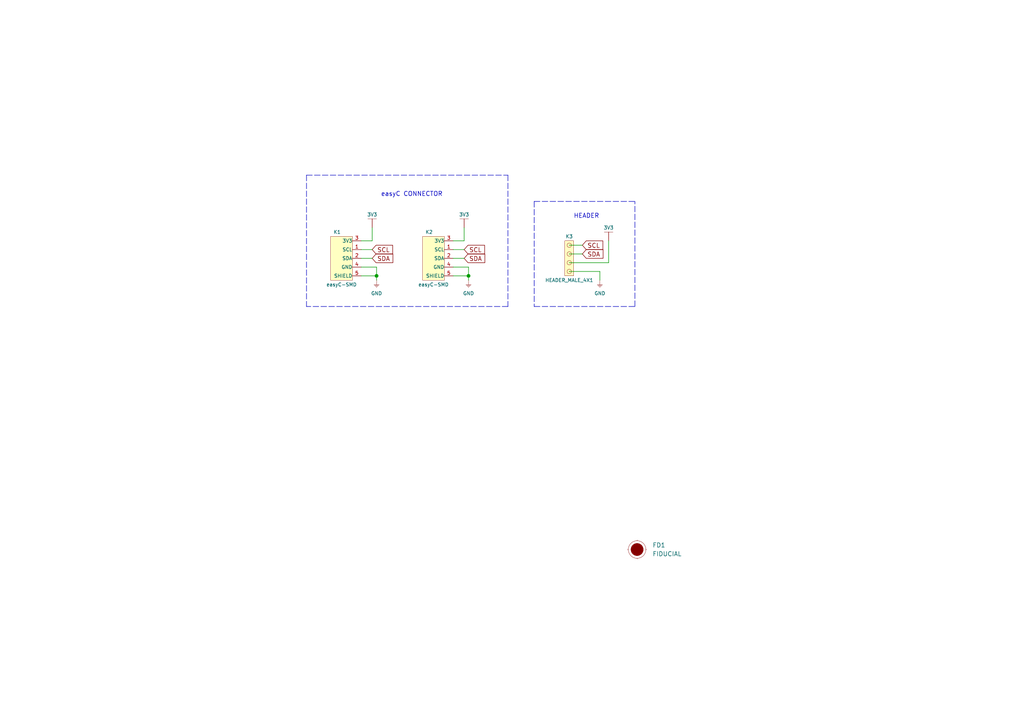
<source format=kicad_sch>
(kicad_sch (version 20211123) (generator eeschema)

  (uuid 2f563e81-2bf9-4358-b95e-32defb57c28f)

  (paper "A4")

  (title_block
    (title "easyC adapter")
    (date "2021-07-12")
    (rev "V1.1.1.")
    (company "SOLDERED")
    (comment 1 "333015")
  )

  (lib_symbols
    (symbol "e-radionica.com schematics:3V3" (power) (pin_names (offset 0)) (in_bom yes) (on_board yes)
      (property "Reference" "#PWR" (id 0) (at 4.445 0 0)
        (effects (font (size 1 1)) hide)
      )
      (property "Value" "3V3" (id 1) (at 0 3.556 0)
        (effects (font (size 1 1)))
      )
      (property "Footprint" "" (id 2) (at 4.445 3.81 0)
        (effects (font (size 1 1)) hide)
      )
      (property "Datasheet" "" (id 3) (at 4.445 3.81 0)
        (effects (font (size 1 1)) hide)
      )
      (property "ki_keywords" "power-flag" (id 4) (at 0 0 0)
        (effects (font (size 1.27 1.27)) hide)
      )
      (property "ki_description" "Power symbol creates a global label with name \"+3V3\"" (id 5) (at 0 0 0)
        (effects (font (size 1.27 1.27)) hide)
      )
      (symbol "3V3_0_1"
        (polyline
          (pts
            (xy -1.27 2.54)
            (xy 1.27 2.54)
          )
          (stroke (width 0.0006) (type default) (color 0 0 0 0))
          (fill (type none))
        )
        (polyline
          (pts
            (xy 0 0)
            (xy 0 2.54)
          )
          (stroke (width 0) (type default) (color 0 0 0 0))
          (fill (type none))
        )
      )
      (symbol "3V3_1_1"
        (pin power_in line (at 0 0 90) (length 0) hide
          (name "3V3" (effects (font (size 1.27 1.27))))
          (number "1" (effects (font (size 1.27 1.27))))
        )
      )
    )
    (symbol "e-radionica.com schematics:FIDUCIAL" (in_bom no) (on_board yes)
      (property "Reference" "FD" (id 0) (at 0 3.81 0)
        (effects (font (size 1.27 1.27)))
      )
      (property "Value" "FIDUCIAL" (id 1) (at 0 -3.81 0)
        (effects (font (size 1.27 1.27)))
      )
      (property "Footprint" "e-radionica.com footprinti:FIDUCIAL_23" (id 2) (at 0.254 -5.334 0)
        (effects (font (size 1.27 1.27)) hide)
      )
      (property "Datasheet" "" (id 3) (at 0 0 0)
        (effects (font (size 1.27 1.27)) hide)
      )
      (symbol "FIDUCIAL_0_1"
        (polyline
          (pts
            (xy -2.54 0)
            (xy -2.794 0)
          )
          (stroke (width 0.0006) (type default) (color 0 0 0 0))
          (fill (type none))
        )
        (polyline
          (pts
            (xy 0 -2.54)
            (xy 0 -2.794)
          )
          (stroke (width 0.0006) (type default) (color 0 0 0 0))
          (fill (type none))
        )
        (polyline
          (pts
            (xy 0 2.54)
            (xy 0 2.794)
          )
          (stroke (width 0.0006) (type default) (color 0 0 0 0))
          (fill (type none))
        )
        (polyline
          (pts
            (xy 2.54 0)
            (xy 2.794 0)
          )
          (stroke (width 0.0006) (type default) (color 0 0 0 0))
          (fill (type none))
        )
        (circle (center 0 0) (radius 1.7961)
          (stroke (width 0.001) (type default) (color 0 0 0 0))
          (fill (type outline))
        )
        (circle (center 0 0) (radius 2.54)
          (stroke (width 0.0006) (type default) (color 0 0 0 0))
          (fill (type none))
        )
      )
    )
    (symbol "e-radionica.com schematics:GND" (power) (pin_names (offset 0)) (in_bom yes) (on_board yes)
      (property "Reference" "#PWR" (id 0) (at 4.445 0 0)
        (effects (font (size 1 1)) hide)
      )
      (property "Value" "GND" (id 1) (at 0 -2.921 0)
        (effects (font (size 1 1)))
      )
      (property "Footprint" "" (id 2) (at 4.445 3.81 0)
        (effects (font (size 1 1)) hide)
      )
      (property "Datasheet" "" (id 3) (at 4.445 3.81 0)
        (effects (font (size 1 1)) hide)
      )
      (property "ki_keywords" "power-flag" (id 4) (at 0 0 0)
        (effects (font (size 1.27 1.27)) hide)
      )
      (property "ki_description" "Power symbol creates a global label with name \"+3V3\"" (id 5) (at 0 0 0)
        (effects (font (size 1.27 1.27)) hide)
      )
      (symbol "GND_0_1"
        (polyline
          (pts
            (xy -0.762 -1.27)
            (xy 0.762 -1.27)
          )
          (stroke (width 0.0006) (type default) (color 0 0 0 0))
          (fill (type none))
        )
        (polyline
          (pts
            (xy -0.635 -1.524)
            (xy 0.635 -1.524)
          )
          (stroke (width 0.0006) (type default) (color 0 0 0 0))
          (fill (type none))
        )
        (polyline
          (pts
            (xy -0.381 -1.778)
            (xy 0.381 -1.778)
          )
          (stroke (width 0.0006) (type default) (color 0 0 0 0))
          (fill (type none))
        )
        (polyline
          (pts
            (xy -0.127 -2.032)
            (xy 0.127 -2.032)
          )
          (stroke (width 0.0006) (type default) (color 0 0 0 0))
          (fill (type none))
        )
        (polyline
          (pts
            (xy 0 0)
            (xy 0 -1.27)
          )
          (stroke (width 0.0006) (type default) (color 0 0 0 0))
          (fill (type none))
        )
      )
      (symbol "GND_1_1"
        (pin power_in line (at 0 0 270) (length 0) hide
          (name "GND" (effects (font (size 1.27 1.27))))
          (number "1" (effects (font (size 1.27 1.27))))
        )
      )
    )
    (symbol "e-radionica.com schematics:HEADER_MALE_4X1" (pin_numbers hide) (pin_names hide) (in_bom yes) (on_board yes)
      (property "Reference" "K" (id 0) (at -0.635 7.62 0)
        (effects (font (size 1 1)))
      )
      (property "Value" "HEADER_MALE_4X1" (id 1) (at 0 -5.08 0)
        (effects (font (size 1 1)))
      )
      (property "Footprint" "e-radionica.com footprinti:HEADER_MALE_4X1" (id 2) (at 0 -2.54 0)
        (effects (font (size 1 1)) hide)
      )
      (property "Datasheet" "" (id 3) (at 0 -2.54 0)
        (effects (font (size 1 1)) hide)
      )
      (symbol "HEADER_MALE_4X1_0_1"
        (circle (center 0 -2.54) (radius 0.635)
          (stroke (width 0.0006) (type default) (color 0 0 0 0))
          (fill (type none))
        )
        (circle (center 0 0) (radius 0.635)
          (stroke (width 0.0006) (type default) (color 0 0 0 0))
          (fill (type none))
        )
        (circle (center 0 2.54) (radius 0.635)
          (stroke (width 0.0006) (type default) (color 0 0 0 0))
          (fill (type none))
        )
        (circle (center 0 5.08) (radius 0.635)
          (stroke (width 0.0006) (type default) (color 0 0 0 0))
          (fill (type none))
        )
        (rectangle (start 1.27 -3.81) (end -1.27 6.35)
          (stroke (width 0.001) (type default) (color 0 0 0 0))
          (fill (type background))
        )
      )
      (symbol "HEADER_MALE_4X1_1_1"
        (pin passive line (at 0 -2.54 180) (length 0)
          (name "~" (effects (font (size 1 1))))
          (number "1" (effects (font (size 1 1))))
        )
        (pin passive line (at 0 0 180) (length 0)
          (name "~" (effects (font (size 1 1))))
          (number "2" (effects (font (size 1 1))))
        )
        (pin passive line (at 0 2.54 180) (length 0)
          (name "~" (effects (font (size 1 1))))
          (number "3" (effects (font (size 1 1))))
        )
        (pin passive line (at 0 5.08 180) (length 0)
          (name "~" (effects (font (size 1 1))))
          (number "4" (effects (font (size 1 1))))
        )
      )
    )
    (symbol "e-radionica.com schematics:easyC-SMD" (pin_names (offset 0.002)) (in_bom yes) (on_board yes)
      (property "Reference" "K" (id 0) (at -2.54 10.16 0)
        (effects (font (size 1 1)))
      )
      (property "Value" "easyC-SMD" (id 1) (at 0 -5.08 0)
        (effects (font (size 1 1)))
      )
      (property "Footprint" "e-radionica.com footprinti:easyC-connector" (id 2) (at 3.175 2.54 0)
        (effects (font (size 1 1)) hide)
      )
      (property "Datasheet" "" (id 3) (at 3.175 2.54 0)
        (effects (font (size 1 1)) hide)
      )
      (symbol "easyC-SMD_0_1"
        (rectangle (start -3.175 8.89) (end 3.175 -3.81)
          (stroke (width 0.001) (type default) (color 0 0 0 0))
          (fill (type background))
        )
      )
      (symbol "easyC-SMD_1_1"
        (pin passive line (at 5.715 5.08 180) (length 2.54)
          (name "SCL" (effects (font (size 1 1))))
          (number "1" (effects (font (size 1 1))))
        )
        (pin passive line (at 5.715 2.54 180) (length 2.54)
          (name "SDA" (effects (font (size 1 1))))
          (number "2" (effects (font (size 1 1))))
        )
        (pin passive line (at 5.715 7.62 180) (length 2.54)
          (name "3V3" (effects (font (size 1 1))))
          (number "3" (effects (font (size 1 1))))
        )
        (pin passive line (at 5.715 0 180) (length 2.54)
          (name "GND" (effects (font (size 1 1))))
          (number "4" (effects (font (size 1 1))))
        )
        (pin passive line (at 5.715 -2.54 180) (length 2.54)
          (name "SHIELD" (effects (font (size 1 1))))
          (number "5" (effects (font (size 1 1))))
        )
      )
    )
  )

  (junction (at 109.22 80.01) (diameter 0.9144) (color 0 0 0 0)
    (uuid 6a45789b-3855-401f-8139-3c734f7f52f9)
  )
  (junction (at 135.89 80.01) (diameter 0.9144) (color 0 0 0 0)
    (uuid b1086f75-01ba-4188-8d36-75a9e2828ca9)
  )

  (wire (pts (xy 131.445 77.47) (xy 135.89 77.47))
    (stroke (width 0) (type solid) (color 0 0 0 0))
    (uuid 2aa0c900-bd5e-4b8e-bd2b-05d28c2e8dd4)
  )
  (wire (pts (xy 134.62 69.85) (xy 134.62 66.04))
    (stroke (width 0) (type solid) (color 0 0 0 0))
    (uuid 367b33df-4205-458f-ab05-de54c5d97755)
  )
  (wire (pts (xy 104.775 74.93) (xy 107.95 74.93))
    (stroke (width 0) (type solid) (color 0 0 0 0))
    (uuid 370c624f-068f-42bd-b9d3-e3818128966c)
  )
  (polyline (pts (xy 154.94 58.42) (xy 154.94 88.9))
    (stroke (width 0) (type dash) (color 0 0 0 0))
    (uuid 4946d2f5-1ff8-4efe-aa52-5b87824408df)
  )
  (polyline (pts (xy 154.94 58.42) (xy 184.15 58.42))
    (stroke (width 0) (type dash) (color 0 0 0 0))
    (uuid 4946d2f5-1ff8-4efe-aa52-5b87824408e0)
  )
  (polyline (pts (xy 154.94 88.9) (xy 184.15 88.9))
    (stroke (width 0) (type dash) (color 0 0 0 0))
    (uuid 4946d2f5-1ff8-4efe-aa52-5b87824408e1)
  )
  (polyline (pts (xy 184.15 88.9) (xy 184.15 58.42))
    (stroke (width 0) (type dash) (color 0 0 0 0))
    (uuid 4946d2f5-1ff8-4efe-aa52-5b87824408e2)
  )

  (wire (pts (xy 131.445 74.93) (xy 134.62 74.93))
    (stroke (width 0) (type solid) (color 0 0 0 0))
    (uuid 49cbb1fe-2425-49c2-869c-360e94b0fe60)
  )
  (wire (pts (xy 104.775 69.85) (xy 107.95 69.85))
    (stroke (width 0) (type solid) (color 0 0 0 0))
    (uuid 4baa55a1-da54-40f5-97d3-8dc812680fc7)
  )
  (wire (pts (xy 107.95 69.85) (xy 107.95 66.04))
    (stroke (width 0) (type solid) (color 0 0 0 0))
    (uuid 4baa55a1-da54-40f5-97d3-8dc812680fc8)
  )
  (wire (pts (xy 165.1 71.12) (xy 168.91 71.12))
    (stroke (width 0) (type solid) (color 0 0 0 0))
    (uuid 51b71d69-e554-4d74-baba-27fc5293db6d)
  )
  (wire (pts (xy 104.775 80.01) (xy 109.22 80.01))
    (stroke (width 0) (type solid) (color 0 0 0 0))
    (uuid 5a5fe354-a6af-4eaf-bdfc-7b1f5a84bbff)
  )
  (wire (pts (xy 104.775 77.47) (xy 109.22 77.47))
    (stroke (width 0) (type solid) (color 0 0 0 0))
    (uuid 6de770fb-770a-41d6-80b0-ae62d784caf7)
  )
  (wire (pts (xy 109.22 77.47) (xy 109.22 80.01))
    (stroke (width 0) (type solid) (color 0 0 0 0))
    (uuid 6de770fb-770a-41d6-80b0-ae62d784caf8)
  )
  (wire (pts (xy 109.22 80.01) (xy 109.22 81.28))
    (stroke (width 0) (type solid) (color 0 0 0 0))
    (uuid 6de770fb-770a-41d6-80b0-ae62d784caf9)
  )
  (wire (pts (xy 135.89 77.47) (xy 135.89 80.01))
    (stroke (width 0) (type solid) (color 0 0 0 0))
    (uuid 7c8c5d38-712c-46eb-9014-baea21dbc41a)
  )
  (wire (pts (xy 131.445 69.85) (xy 134.62 69.85))
    (stroke (width 0) (type solid) (color 0 0 0 0))
    (uuid 867f2773-2cfd-4274-a21e-35101551b8b2)
  )
  (wire (pts (xy 104.775 72.39) (xy 107.95 72.39))
    (stroke (width 0) (type solid) (color 0 0 0 0))
    (uuid 96f38fe9-777a-4eb4-920d-2952f84f28f2)
  )
  (wire (pts (xy 131.445 72.39) (xy 134.62 72.39))
    (stroke (width 0) (type solid) (color 0 0 0 0))
    (uuid b438339c-7986-4760-bcc5-93847e0d538b)
  )
  (wire (pts (xy 165.1 76.2) (xy 176.53 76.2))
    (stroke (width 0) (type solid) (color 0 0 0 0))
    (uuid c62e1659-e28a-489b-9de3-ce5a7d160e9f)
  )
  (wire (pts (xy 176.53 76.2) (xy 176.53 69.85))
    (stroke (width 0) (type solid) (color 0 0 0 0))
    (uuid c62e1659-e28a-489b-9de3-ce5a7d160ea0)
  )
  (wire (pts (xy 131.445 80.01) (xy 135.89 80.01))
    (stroke (width 0) (type solid) (color 0 0 0 0))
    (uuid c8974da3-4136-4e0e-a7d4-46b194a752af)
  )
  (polyline (pts (xy 88.9 50.8) (xy 88.9 88.9))
    (stroke (width 0) (type dash) (color 0 0 0 0))
    (uuid d92b961b-2210-41fc-85bb-ab3096b86f7e)
  )
  (polyline (pts (xy 88.9 50.8) (xy 147.32 50.8))
    (stroke (width 0) (type dash) (color 0 0 0 0))
    (uuid d92b961b-2210-41fc-85bb-ab3096b86f7f)
  )
  (polyline (pts (xy 147.32 50.8) (xy 147.32 88.9))
    (stroke (width 0) (type dash) (color 0 0 0 0))
    (uuid d92b961b-2210-41fc-85bb-ab3096b86f80)
  )
  (polyline (pts (xy 147.32 88.9) (xy 88.9 88.9))
    (stroke (width 0) (type dash) (color 0 0 0 0))
    (uuid d92b961b-2210-41fc-85bb-ab3096b86f81)
  )

  (wire (pts (xy 135.89 80.01) (xy 135.89 81.28))
    (stroke (width 0) (type solid) (color 0 0 0 0))
    (uuid d9c3d546-a8fb-45c0-8691-61e9091ff113)
  )
  (wire (pts (xy 165.1 78.74) (xy 173.99 78.74))
    (stroke (width 0) (type solid) (color 0 0 0 0))
    (uuid db707703-11ac-4e40-bc4e-5fffcee7d06f)
  )
  (wire (pts (xy 173.99 78.74) (xy 173.99 81.28))
    (stroke (width 0) (type solid) (color 0 0 0 0))
    (uuid db707703-11ac-4e40-bc4e-5fffcee7d070)
  )
  (wire (pts (xy 165.1 73.66) (xy 168.91 73.66))
    (stroke (width 0) (type solid) (color 0 0 0 0))
    (uuid f5c24581-472c-41bd-b3c0-23bde12a515f)
  )

  (text "easyC CONNECTOR" (at 110.49 57.15 0)
    (effects (font (size 1.27 1.27)) (justify left bottom))
    (uuid b195d6cc-6315-4ab0-aa9f-3a5a275621bc)
  )
  (text "HEADER\n" (at 166.37 63.5 0)
    (effects (font (size 1.27 1.27)) (justify left bottom))
    (uuid c7620f7e-52b2-4252-ba50-15a1dc82f2ed)
  )

  (global_label "SCL" (shape input) (at 134.62 72.39 0)
    (effects (font (size 1.27 1.27)) (justify left))
    (uuid 26b6c6f1-e0fc-44b3-8b74-c218f6052120)
    (property "Intersheet References" "${INTERSHEET_REFS}" (id 0) (at 142.0647 72.3106 0)
      (effects (font (size 1.27 1.27)) (justify left) hide)
    )
  )
  (global_label "SDA" (shape input) (at 134.62 74.93 0)
    (effects (font (size 1.27 1.27)) (justify left))
    (uuid c9d1c685-6a1f-4afd-9bee-b617c4556eed)
    (property "Intersheet References" "${INTERSHEET_REFS}" (id 0) (at 142.1252 74.8506 0)
      (effects (font (size 1.27 1.27)) (justify left) hide)
    )
  )
  (global_label "SDA" (shape input) (at 107.95 74.93 0)
    (effects (font (size 1.27 1.27)) (justify left))
    (uuid d3426a15-0eca-43ae-80f7-9b59163e0d88)
    (property "Intersheet References" "${INTERSHEET_REFS}" (id 0) (at 115.4552 74.8506 0)
      (effects (font (size 1.27 1.27)) (justify left) hide)
    )
  )
  (global_label "SCL" (shape input) (at 168.91 71.12 0)
    (effects (font (size 1.27 1.27)) (justify left))
    (uuid d88d46ee-522a-4050-b0f8-8279a0a32a1d)
    (property "Intersheet References" "${INTERSHEET_REFS}" (id 0) (at 176.3547 71.0406 0)
      (effects (font (size 1.27 1.27)) (justify left) hide)
    )
  )
  (global_label "SDA" (shape input) (at 168.91 73.66 0)
    (effects (font (size 1.27 1.27)) (justify left))
    (uuid dda745c9-761b-46f8-ab76-9f08588f7fe4)
    (property "Intersheet References" "${INTERSHEET_REFS}" (id 0) (at 176.4152 73.5806 0)
      (effects (font (size 1.27 1.27)) (justify left) hide)
    )
  )
  (global_label "SCL" (shape input) (at 107.95 72.39 0)
    (effects (font (size 1.27 1.27)) (justify left))
    (uuid f2609f1e-15a3-4601-9d25-69b912d29976)
    (property "Intersheet References" "${INTERSHEET_REFS}" (id 0) (at 115.3947 72.3106 0)
      (effects (font (size 1.27 1.27)) (justify left) hide)
    )
  )

  (symbol (lib_id "e-radionica.com schematics:GND") (at 135.89 81.28 0) (unit 1)
    (in_bom yes) (on_board yes)
    (uuid 0fac5564-7340-44f0-a262-4303dddf3e4e)
    (property "Reference" "#PWR04" (id 0) (at 140.335 81.28 0)
      (effects (font (size 1 1)) hide)
    )
    (property "Value" "GND" (id 1) (at 135.89 85.09 0)
      (effects (font (size 1 1)))
    )
    (property "Footprint" "" (id 2) (at 140.335 77.47 0)
      (effects (font (size 1 1)) hide)
    )
    (property "Datasheet" "" (id 3) (at 140.335 77.47 0)
      (effects (font (size 1 1)) hide)
    )
    (pin "1" (uuid d55d3acf-c4bd-46ba-b588-98d8253841c5))
  )

  (symbol (lib_id "e-radionica.com schematics:3V3") (at 107.95 66.04 0) (unit 1)
    (in_bom yes) (on_board yes)
    (uuid 1d54fcd6-cfec-46fc-87af-fe3e20337d18)
    (property "Reference" "#PWR01" (id 0) (at 112.395 66.04 0)
      (effects (font (size 1 1)) hide)
    )
    (property "Value" "3V3" (id 1) (at 107.95 62.23 0)
      (effects (font (size 1 1)))
    )
    (property "Footprint" "" (id 2) (at 112.395 62.23 0)
      (effects (font (size 1 1)) hide)
    )
    (property "Datasheet" "" (id 3) (at 112.395 62.23 0)
      (effects (font (size 1 1)) hide)
    )
    (pin "1" (uuid 886f9952-db5c-4a49-8191-2c0ccc02cffb))
  )

  (symbol (lib_id "e-radionica.com schematics:GND") (at 173.99 81.28 0) (unit 1)
    (in_bom yes) (on_board yes)
    (uuid 246894bf-379b-4e53-9cae-3d4ea5373ad2)
    (property "Reference" "#PWR05" (id 0) (at 178.435 81.28 0)
      (effects (font (size 1 1)) hide)
    )
    (property "Value" "GND" (id 1) (at 173.99 85.09 0)
      (effects (font (size 1 1)))
    )
    (property "Footprint" "" (id 2) (at 178.435 77.47 0)
      (effects (font (size 1 1)) hide)
    )
    (property "Datasheet" "" (id 3) (at 178.435 77.47 0)
      (effects (font (size 1 1)) hide)
    )
    (pin "1" (uuid d55d3acf-c4bd-46ba-b588-98d8253841c6))
  )

  (symbol (lib_id "e-radionica.com schematics:3V3") (at 134.62 66.04 0) (unit 1)
    (in_bom yes) (on_board yes)
    (uuid 28227d51-ed90-45ed-985a-16e35fce0f77)
    (property "Reference" "#PWR03" (id 0) (at 139.065 66.04 0)
      (effects (font (size 1 1)) hide)
    )
    (property "Value" "3V3" (id 1) (at 134.62 62.23 0)
      (effects (font (size 1 1)))
    )
    (property "Footprint" "" (id 2) (at 139.065 62.23 0)
      (effects (font (size 1 1)) hide)
    )
    (property "Datasheet" "" (id 3) (at 139.065 62.23 0)
      (effects (font (size 1 1)) hide)
    )
    (pin "1" (uuid 886f9952-db5c-4a49-8191-2c0ccc02cffc))
  )

  (symbol (lib_id "e-radionica.com schematics:HEADER_MALE_4X1") (at 165.1 76.2 0) (unit 1)
    (in_bom yes) (on_board yes)
    (uuid 66a95c07-8a23-4e36-b9b3-043e6f36ff34)
    (property "Reference" "K3" (id 0) (at 165.1 68.58 0)
      (effects (font (size 1 1)))
    )
    (property "Value" "HEADER_MALE_4X1" (id 1) (at 165.1 81.28 0)
      (effects (font (size 1 1)))
    )
    (property "Footprint" "e-radionica.com footprinti:HEADER_MALE_4X1" (id 2) (at 165.1 78.74 0)
      (effects (font (size 1 1)) hide)
    )
    (property "Datasheet" "" (id 3) (at 165.1 78.74 0)
      (effects (font (size 1 1)) hide)
    )
    (pin "1" (uuid 5de968e5-8931-47f5-bd1b-0fd8d105f670))
    (pin "2" (uuid e9ba3354-91d9-4a43-a30f-d6ca147b2efb))
    (pin "3" (uuid 8b498d40-3d4e-4856-b52b-3d812bad7bd3))
    (pin "4" (uuid 5ade4660-8afa-43e2-8d60-2b3b7b715227))
  )

  (symbol (lib_id "e-radionica.com schematics:easyC-SMD") (at 99.06 77.47 0) (unit 1)
    (in_bom yes) (on_board yes)
    (uuid 783c6344-8355-48f5-bac0-53338a3a630e)
    (property "Reference" "K1" (id 0) (at 97.79 67.31 0)
      (effects (font (size 1 1)))
    )
    (property "Value" "easyC-SMD" (id 1) (at 99.06 82.55 0)
      (effects (font (size 1 1)))
    )
    (property "Footprint" "e-radionica.com footprinti:easyC-connector" (id 2) (at 102.235 74.93 0)
      (effects (font (size 1 1)) hide)
    )
    (property "Datasheet" "" (id 3) (at 102.235 74.93 0)
      (effects (font (size 1 1)) hide)
    )
    (pin "1" (uuid 8880ab93-43f7-4201-8865-4b92049f1766))
    (pin "2" (uuid dcb9a7f0-fd75-4968-8721-e17e526a58af))
    (pin "3" (uuid 5d9e9fb6-42ad-480d-97e1-357d00235a1b))
    (pin "4" (uuid b399f10b-c7ca-4d05-b6b2-00c8f8776f0b))
    (pin "5" (uuid 5f3c8f68-f076-4706-af4d-7334dcc8edb7))
  )

  (symbol (lib_id "e-radionica.com schematics:GND") (at 109.22 81.28 0) (unit 1)
    (in_bom yes) (on_board yes)
    (uuid de8b85d1-5132-4bd8-896e-187eea75d2c2)
    (property "Reference" "#PWR02" (id 0) (at 113.665 81.28 0)
      (effects (font (size 1 1)) hide)
    )
    (property "Value" "GND" (id 1) (at 109.22 85.09 0)
      (effects (font (size 1 1)))
    )
    (property "Footprint" "" (id 2) (at 113.665 77.47 0)
      (effects (font (size 1 1)) hide)
    )
    (property "Datasheet" "" (id 3) (at 113.665 77.47 0)
      (effects (font (size 1 1)) hide)
    )
    (pin "1" (uuid d55d3acf-c4bd-46ba-b588-98d8253841c4))
  )

  (symbol (lib_id "e-radionica.com schematics:easyC-SMD") (at 125.73 77.47 0) (unit 1)
    (in_bom yes) (on_board yes)
    (uuid efbd84ff-0874-463f-966a-e0ec4df09b00)
    (property "Reference" "K2" (id 0) (at 124.46 67.31 0)
      (effects (font (size 1 1)))
    )
    (property "Value" "easyC-SMD" (id 1) (at 125.73 82.55 0)
      (effects (font (size 1 1)))
    )
    (property "Footprint" "e-radionica.com footprinti:easyC-connector" (id 2) (at 128.905 74.93 0)
      (effects (font (size 1 1)) hide)
    )
    (property "Datasheet" "" (id 3) (at 128.905 74.93 0)
      (effects (font (size 1 1)) hide)
    )
    (pin "1" (uuid 8880ab93-43f7-4201-8865-4b92049f1767))
    (pin "2" (uuid dcb9a7f0-fd75-4968-8721-e17e526a58b0))
    (pin "3" (uuid 5d9e9fb6-42ad-480d-97e1-357d00235a1c))
    (pin "4" (uuid b399f10b-c7ca-4d05-b6b2-00c8f8776f0c))
    (pin "5" (uuid 5f3c8f68-f076-4706-af4d-7334dcc8edb8))
  )

  (symbol (lib_id "e-radionica.com schematics:FIDUCIAL") (at 184.785 159.385 0) (unit 1)
    (in_bom no) (on_board yes) (fields_autoplaced)
    (uuid f2ae5e01-3dc8-48b6-8878-ce34dc3df0d0)
    (property "Reference" "FD1" (id 0) (at 189.23 158.1149 0)
      (effects (font (size 1.27 1.27)) (justify left))
    )
    (property "Value" "FIDUCIAL" (id 1) (at 189.23 160.6549 0)
      (effects (font (size 1.27 1.27)) (justify left))
    )
    (property "Footprint" "e-radionica.com footprinti:FIDUCIAL_23" (id 2) (at 185.039 164.719 0)
      (effects (font (size 1.27 1.27)) hide)
    )
    (property "Datasheet" "" (id 3) (at 184.785 159.385 0)
      (effects (font (size 1.27 1.27)) hide)
    )
  )

  (symbol (lib_id "e-radionica.com schematics:3V3") (at 176.53 69.85 0) (unit 1)
    (in_bom yes) (on_board yes)
    (uuid ff23e31f-48c1-42ed-928f-d2cdea758aa3)
    (property "Reference" "#PWR06" (id 0) (at 180.975 69.85 0)
      (effects (font (size 1 1)) hide)
    )
    (property "Value" "3V3" (id 1) (at 176.53 66.04 0)
      (effects (font (size 1 1)))
    )
    (property "Footprint" "" (id 2) (at 180.975 66.04 0)
      (effects (font (size 1 1)) hide)
    )
    (property "Datasheet" "" (id 3) (at 180.975 66.04 0)
      (effects (font (size 1 1)) hide)
    )
    (pin "1" (uuid 886f9952-db5c-4a49-8191-2c0ccc02cffd))
  )

  (sheet_instances
    (path "/" (page "1"))
  )

  (symbol_instances
    (path "/1d54fcd6-cfec-46fc-87af-fe3e20337d18"
      (reference "#PWR01") (unit 1) (value "3V3") (footprint "")
    )
    (path "/de8b85d1-5132-4bd8-896e-187eea75d2c2"
      (reference "#PWR02") (unit 1) (value "GND") (footprint "")
    )
    (path "/28227d51-ed90-45ed-985a-16e35fce0f77"
      (reference "#PWR03") (unit 1) (value "3V3") (footprint "")
    )
    (path "/0fac5564-7340-44f0-a262-4303dddf3e4e"
      (reference "#PWR04") (unit 1) (value "GND") (footprint "")
    )
    (path "/246894bf-379b-4e53-9cae-3d4ea5373ad2"
      (reference "#PWR05") (unit 1) (value "GND") (footprint "")
    )
    (path "/ff23e31f-48c1-42ed-928f-d2cdea758aa3"
      (reference "#PWR06") (unit 1) (value "3V3") (footprint "")
    )
    (path "/f2ae5e01-3dc8-48b6-8878-ce34dc3df0d0"
      (reference "FD1") (unit 1) (value "FIDUCIAL") (footprint "e-radionica.com footprinti:FIDUCIAL_23")
    )
    (path "/783c6344-8355-48f5-bac0-53338a3a630e"
      (reference "K1") (unit 1) (value "easyC-SMD") (footprint "e-radionica.com footprinti:easyC-connector")
    )
    (path "/efbd84ff-0874-463f-966a-e0ec4df09b00"
      (reference "K2") (unit 1) (value "easyC-SMD") (footprint "e-radionica.com footprinti:easyC-connector")
    )
    (path "/66a95c07-8a23-4e36-b9b3-043e6f36ff34"
      (reference "K3") (unit 1) (value "HEADER_MALE_4X1") (footprint "e-radionica.com footprinti:HEADER_MALE_4X1")
    )
  )
)

</source>
